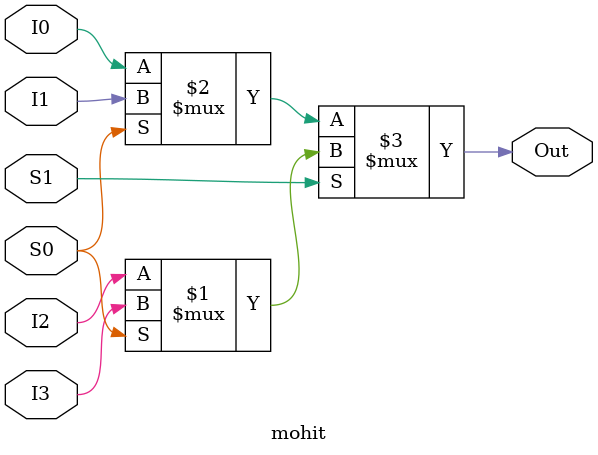
<source format=v>
`timescale 1ns / 1ps

module mohit(I0, I1, I2, I3, S0, S1, Out);
input I0, I1, I2, I3, S0, S1;
output Out;

assign Out = S1 ? (S0?I3:I2):(S0?I1:I0);

endmodule





//wire Out_0, Out_1;
//assign Out_0 = S0 ? I1:I0;
//assign Out_1 = S0 ? I3:I2;
//assign Out   = S1 ? Out_1 : Out_0;


</source>
